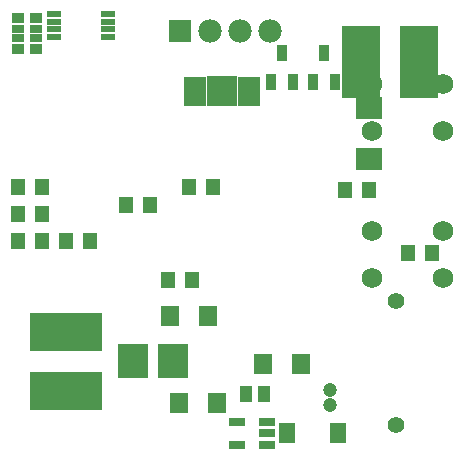
<source format=gbs>
G04 ---------------------------- Layer name :BOTTOM SOLDER LAYER*
G04 easyEDA 0.1*
G04 Scale: 100 percent, Rotated: No, Reflected: No *
G04 Dimensions in inches *
G04 leading zeros omitted , absolute positions ,2 integer and 4 * 
%FSLAX24Y24*%
%MOIN*%
G90*
G70D02*

%ADD12R,0.051300X0.023700*%
%ADD13C,0.047370*%
%ADD15R,0.055200X0.029700*%
%ADD16R,0.039500X0.055200*%
%ADD17R,0.039496X0.037528*%
%ADD18R,0.039496X0.030835*%
%ADD19R,0.058000X0.065900*%
%ADD20R,0.244200X0.126100*%
%ADD21R,0.047370X0.057212*%
%ADD22R,0.098551X0.114300*%
%ADD23R,0.088000X0.078000*%
%ADD24R,0.035559X0.057213*%
%ADD25R,0.076100X0.021000*%
%ADD26R,0.104900X0.099300*%
%ADD27R,0.126100X0.244200*%
%ADD28R,0.059181X0.070992*%
%ADD29C,0.055240*%
%ADD31C,0.068000*%
%ADD33R,0.078000X0.078000*%
%ADD34C,0.078000*%

%LPD*%
G54D12*
G01X3390Y29480D03*
G01X3390Y29230D03*
G01X3390Y28969D03*
G01X3390Y28719D03*
G01X1609Y28719D03*
G01X1609Y28969D03*
G01X1609Y29230D03*
G01X1609Y29480D03*
G54D13*
G01X10800Y16936D03*
G01X10800Y16463D03*
G54D15*
G01X8709Y15869D03*
G01X8709Y15500D03*
G01X8709Y15130D03*
G01X7690Y15130D03*
G01X7690Y15869D03*
G54D16*
G01X8609Y16800D03*
G01X7990Y16800D03*
G54D17*
G01X400Y28300D03*
G01X1005Y28300D03*
G54D18*
G01X400Y28673D03*
G01X1005Y28673D03*
G01X400Y28988D03*
G01X1005Y28988D03*
G54D17*
G01X400Y29361D03*
G01X1005Y29361D03*
G54D19*
G01X11050Y15500D03*
G01X9350Y15500D03*
G54D20*
G01X2009Y18880D03*
G01X2009Y16919D03*
G54D21*
G01X1194Y23700D03*
G01X405Y23700D03*
G01X6194Y20600D03*
G01X5405Y20600D03*
G54D22*
G01X5580Y17900D03*
G01X4219Y17900D03*
G54D21*
G01X1194Y22800D03*
G01X405Y22800D03*
G01X405Y21900D03*
G01X1194Y21900D03*
G01X2794Y21900D03*
G01X2005Y21900D03*
G54D23*
G01X12100Y24650D03*
G01X12100Y26350D03*
G54D21*
G01X12093Y23600D03*
G01X11306Y23600D03*
G01X6894Y23700D03*
G01X6105Y23700D03*
G01X14193Y21500D03*
G01X13406Y21500D03*
G01X4794Y23100D03*
G01X4005Y23100D03*
G54D24*
G01X9200Y28192D03*
G01X8826Y27207D03*
G01X9573Y27207D03*
G54D25*
G01X8090Y27290D03*
G01X8090Y27100D03*
G01X8090Y26900D03*
G01X8090Y26700D03*
G01X8090Y26509D03*
G01X6309Y26509D03*
G01X6309Y26700D03*
G01X6309Y26900D03*
G01X6309Y27100D03*
G01X6309Y27290D03*
G54D26*
G01X7200Y26900D03*
G54D27*
G01X13780Y27890D03*
G01X11819Y27890D03*
G54D28*
G01X5469Y19400D03*
G01X6730Y19400D03*
G54D29*
G01X13000Y19900D03*
G01X13001Y15767D03*
G54D24*
G01X10600Y28192D03*
G01X10226Y27207D03*
G01X10973Y27207D03*
G54D28*
G01X9830Y17800D03*
G01X8569Y17800D03*
G54D31*
G01X14561Y27150D03*
G01X12200Y27150D03*
G01X14561Y25575D03*
G01X12200Y25575D03*
G01X14561Y22250D03*
G01X12200Y22250D03*
G01X14561Y20675D03*
G01X12200Y20675D03*
G54D28*
G01X5769Y16500D03*
G01X7030Y16500D03*
G54D33*
G01X5800Y28900D03*
G54D34*
G01X6800Y28900D03*
G01X7800Y28900D03*
G01X8800Y28900D03*

M00*
M02*
</source>
